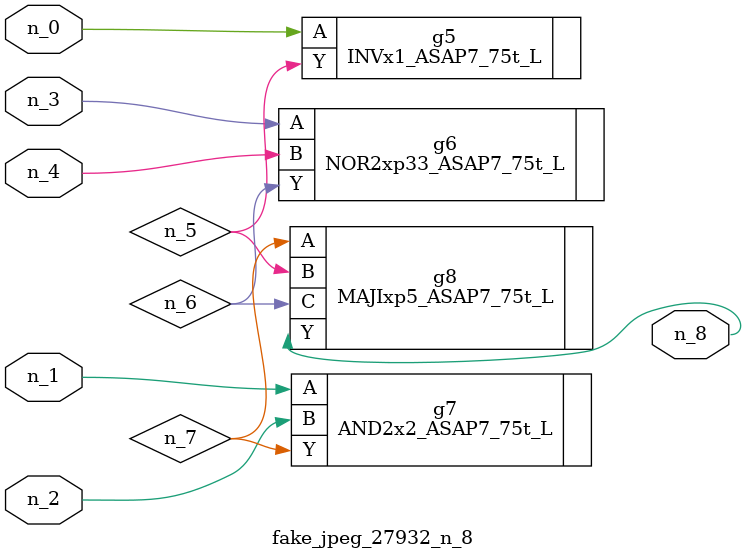
<source format=v>
module fake_jpeg_27932_n_8 (n_3, n_2, n_1, n_0, n_4, n_8);

input n_3;
input n_2;
input n_1;
input n_0;
input n_4;

output n_8;

wire n_6;
wire n_5;
wire n_7;

INVx1_ASAP7_75t_L g5 ( 
.A(n_0),
.Y(n_5)
);

NOR2xp33_ASAP7_75t_L g6 ( 
.A(n_3),
.B(n_4),
.Y(n_6)
);

AND2x2_ASAP7_75t_L g7 ( 
.A(n_1),
.B(n_2),
.Y(n_7)
);

MAJIxp5_ASAP7_75t_L g8 ( 
.A(n_7),
.B(n_5),
.C(n_6),
.Y(n_8)
);


endmodule
</source>
